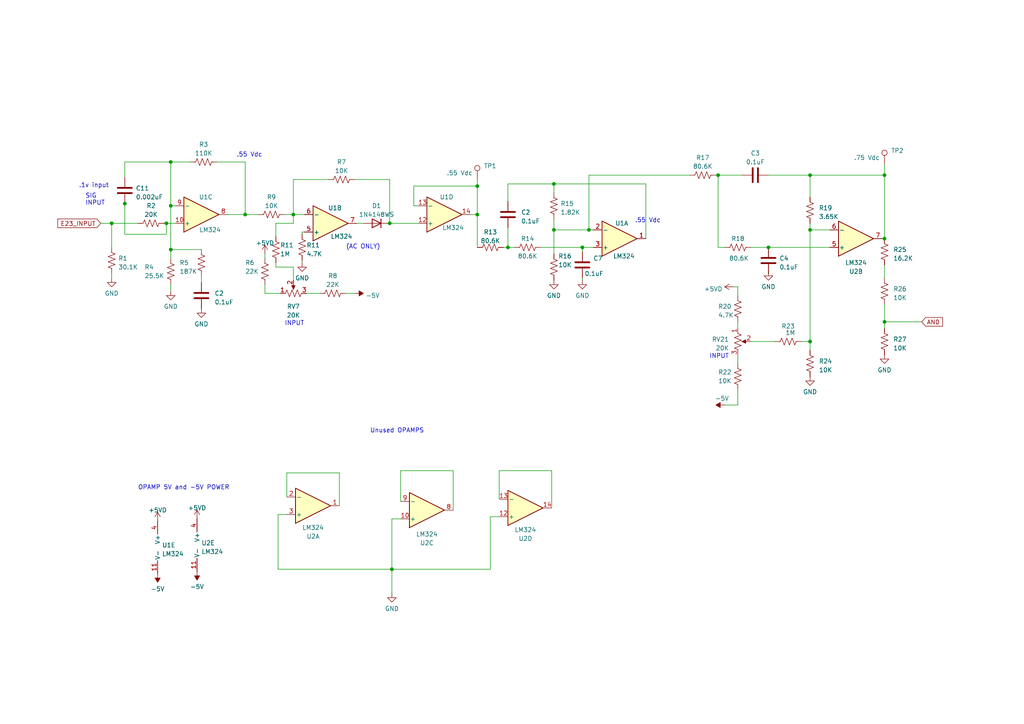
<source format=kicad_sch>
(kicad_sch (version 20231120) (generator "eeschema") (generator_version "8.0")
  (paper "A4")
  (title_block (title "Current Monitoring System (Bottom Board)") (date "2024-03-05") (rev "C1.04") (company "Secured Solutions Group") (comment 1 "David Nguyen") (comment 2 "david@securedsolutionsgroup.com") (comment 3 "(909)-896-1654"))
  (lib_symbols
    (symbol "Amplifier_Operational:LM324" (pin_names (offset 0.127))
      (property "Reference" "U" (at 0 5.08 0))
      (property "Value" "LM324" (at 0 -5.08 0))
      (symbol "LM324_1_1"
        (polyline (pts (xy -5.08 5.08) (xy 5.08 0) (xy -5.08 -5.08) (xy -5.08 5.08)) (stroke (width 0.254)) (fill (type background)))
        (pin output line (at 7.62 0 180) (length 2.54) (name "~") (number "1"))
        (pin input line (at -7.62 -2.54 0) (length 2.54) (name "-") (number "2"))
        (pin input line (at -7.62 2.54 0) (length 2.54) (name "+") (number "3"))
      )
      (symbol "LM324_2_1"
        (polyline (pts (xy -5.08 5.08) (xy 5.08 0) (xy -5.08 -5.08) (xy -5.08 5.08)) (stroke (width 0.254)) (fill (type background)))
        (pin input line (at -7.62 2.54 0) (length 2.54) (name "+") (number "5"))
        (pin input line (at -7.62 -2.54 0) (length 2.54) (name "-") (number "6"))
        (pin output line (at 7.62 0 180) (length 2.54) (name "~") (number "7"))
      )
      (symbol "LM324_3_1"
        (polyline (pts (xy -5.08 5.08) (xy 5.08 0) (xy -5.08 -5.08) (xy -5.08 5.08)) (stroke (width 0.254)) (fill (type background)))
        (pin input line (at -7.62 2.54 0) (length 2.54) (name "+") (number "10"))
        (pin output line (at 7.62 0 180) (length 2.54) (name "~") (number "8"))
        (pin input line (at -7.62 -2.54 0) (length 2.54) (name "-") (number "9"))
      )
      (symbol "LM324_4_1"
        (polyline (pts (xy -5.08 5.08) (xy 5.08 0) (xy -5.08 -5.08) (xy -5.08 5.08)) (stroke (width 0.254)) (fill (type background)))
        (pin input line (at -7.62 2.54 0) (length 2.54) (name "+") (number "12"))
        (pin input line (at -7.62 -2.54 0) (length 2.54) (name "-") (number "13"))
        (pin output line (at 7.62 0 180) (length 2.54) (name "~") (number "14"))
      )
      (symbol "LM324_5_1"
        (pin power_in line (at -2.54 -7.62 90) (length 3.81) (name "V-") (number "11"))
        (pin power_in line (at -2.54 7.62 270) (length 3.81) (name "V+") (number "4"))
      )
    )
    (symbol "Connector:TestPoint" (pin_numbers hide) (pin_names (offset 0.762) hide)
      (property "Reference" "TP" (at 0 6.858 0))
      (property "Value" "TestPoint" (at 0 5.08 0))
      (symbol "TestPoint_0_1"
        (circle (center 0 3.302) (radius 0.762))
      )
      (symbol "TestPoint_1_1"
        (pin passive line (at 0 0 90) (length 2.54) (name "1") (number "1"))
      )
    )
    (symbol "Device:C" (pin_numbers hide) (pin_names (offset 0.254))
      (property "Reference" "C" (at 0.635 2.54 0))
      (property "Value" "C" (at 0.635 -2.54 0))
      (symbol "C_0_1"
        (polyline (pts (xy -2.032 -0.762) (xy 2.032 -0.762)) (stroke (width 0.508)))
        (polyline (pts (xy -2.032 0.762) (xy 2.032 0.762)) (stroke (width 0.508)))
      )
      (symbol "C_1_1"
        (pin passive line (at 0 3.81 270) (length 2.794) (name "~") (number "1"))
        (pin passive line (at 0 -3.81 90) (length 2.794) (name "~") (number "2"))
      )
    )
    (symbol "Device:R_Potentiometer_US" (pin_names (offset 1.016) hide)
      (property "Reference" "RV" (at -4.445 0 90))
      (property "Value" "R_Potentiometer_US" (at -2.54 0 90))
      (symbol "R_Potentiometer_US_0_1"
        (polyline (pts (xy 0 -2.286) (xy 0 -2.54)))
        (polyline (pts (xy 0 2.54) (xy 0 2.286)))
        (polyline (pts (xy 2.54 0) (xy 1.524 0)))
        (polyline (pts (xy 1.143 0) (xy 2.286 0.508) (xy 2.286 -0.508) (xy 1.143 0)) (fill (type outline)))
        (polyline (pts (xy 0 -0.762) (xy 1.016 -1.143) (xy 0 -1.524) (xy -1.016 -1.905) (xy 0 -2.286)))
        (polyline (pts (xy 0 0.762) (xy 1.016 0.381) (xy 0 0) (xy -1.016 -0.381) (xy 0 -0.762)))
        (polyline (pts (xy 0 2.286) (xy 1.016 1.905) (xy 0 1.524) (xy -1.016 1.143) (xy 0 0.762)))
      )
      (symbol "R_Potentiometer_US_1_1"
        (pin passive line (at 0 3.81 270) (length 1.27) (name "1") (number "1"))
        (pin passive line (at 3.81 0 180) (length 1.27) (name "2") (number "2"))
        (pin passive line (at 0 -3.81 90) (length 1.27) (name "3") (number "3"))
      )
    )
    (symbol "Device:R_US" (pin_numbers hide) (pin_names (offset 0))
      (property "Reference" "R" (at 2.54 0 90))
      (property "Value" "R_US" (at -2.54 0 90))
      (symbol "R_US_0_1"
        (polyline (pts (xy 0 -2.286) (xy 0 -2.54)))
        (polyline (pts (xy 0 2.286) (xy 0 2.54)))
        (polyline (pts (xy 0 -0.762) (xy 1.016 -1.143) (xy 0 -1.524) (xy -1.016 -1.905) (xy 0 -2.286)))
        (polyline (pts (xy 0 0.762) (xy 1.016 0.381) (xy 0 0) (xy -1.016 -0.381) (xy 0 -0.762)))
        (polyline (pts (xy 0 2.286) (xy 1.016 1.905) (xy 0 1.524) (xy -1.016 1.143) (xy 0 0.762)))
      )
      (symbol "R_US_1_1"
        (pin passive line (at 0 3.81 270) (length 1.27) (name "~") (number "1"))
        (pin passive line (at 0 -3.81 90) (length 1.27) (name "~") (number "2"))
      )
    )
    (symbol "Diode:1N914" (pin_numbers hide) (pin_names hide)
      (property "Reference" "D" (at 0 2.54 0))
      (property "Value" "1N914" (at 0 -2.54 0))
      (symbol "1N914_0_1"
        (polyline (pts (xy -1.27 1.27) (xy -1.27 -1.27)) (stroke (width 0.254)))
        (polyline (pts (xy 1.27 0) (xy -1.27 0)))
        (polyline (pts (xy 1.27 1.27) (xy 1.27 -1.27) (xy -1.27 0) (xy 1.27 1.27)) (stroke (width 0.254)))
      )
      (symbol "1N914_1_1"
        (pin passive line (at -3.81 0 0) (length 2.54) (name "K") (number "1"))
        (pin passive line (at 3.81 0 180) (length 2.54) (name "A") (number "2"))
      )
    )
    (symbol "power:+5VD" (power) (pin_names (offset 0))
      (property "Value" "+5VD" (at 0 3.556 0))
      (symbol "+5VD_0_1"
        (polyline (pts (xy -0.762 1.27) (xy 0 2.54)))
        (polyline (pts (xy 0 0) (xy 0 2.54)))
        (polyline (pts (xy 0 2.54) (xy 0.762 1.27)))
      )
      (symbol "+5VD_1_1"
        (pin power_in line (at 0 0 90) (length 0) hide (name "+5VD") (number "1"))
      )
    )
    (symbol "power:-5V" (power) (pin_names (offset 0))
      (property "Value" "-5V" (at 0 3.81 0))
      (symbol "-5V_0_0"
        (pin power_in line (at 0 0 90) (length 0) hide (name "-5V") (number "1"))
      )
      (symbol "-5V_0_1"
        (polyline (pts (xy 0 0) (xy 0 1.27) (xy 0.762 1.27) (xy 0 2.54) (xy -0.762 1.27) (xy 0 1.27)) (fill (type outline)))
      )
    )
    (symbol "power:GND" (power) (pin_names (offset 0))
      (property "Value" "GND" (at 0 -3.81 0))
      (symbol "GND_0_1"
        (polyline (pts (xy 0 0) (xy 0 -1.27) (xy 1.27 -1.27) (xy 0 -2.54) (xy -1.27 -1.27) (xy 0 -1.27)))
      )
      (symbol "GND_1_1"
        (pin power_in line (at 0 0 270) (length 0) hide (name "GND") (number "1"))
      )
    )
  )
  (junction (at 234.95 66.675))
  (junction (at 71.12 62.23))
  (junction (at 85.09 62.23))
  (junction (at 113.03 64.77))
  (junction (at 48.26 64.77))
  (junction (at 222.885 71.755))
  (junction (at 32.385 64.77))
  (junction (at 147.32 71.755))
  (junction (at 256.54 93.345))
  (junction (at 256.54 50.8))
  (junction (at 36.195 59.055))
  (junction (at 160.655 66.675))
  (junction (at 49.53 46.99))
  (junction (at 49.53 59.69))
  (junction (at 138.43 62.23))
  (junction (at 113.665 165.1))
  (junction (at 234.95 99.06))
  (junction (at 256.54 69.215))
  (junction (at 49.53 72.39))
  (junction (at 234.95 50.8))
  (junction (at 208.28 50.8))
  (junction (at 160.655 53.34))
  (junction (at 170.815 66.675))
  (junction (at 138.43 53.975))
  (junction (at 168.91 71.755))
  (wire (pts (xy 234.95 66.675) (xy 234.95 99.06)))
  (wire (pts (xy 36.195 46.99) (xy 36.195 51.435)))
  (wire (pts (xy 47.625 64.77) (xy 48.26 64.77)))
  (wire (pts (xy 83.185 144.145) (xy 83.185 137.16)))
  (wire (pts (xy 222.885 79.375) (xy 222.885 78.74)))
  (wire (pts (xy 168.91 71.755) (xy 168.91 73.025)))
  (wire (pts (xy 210.185 71.755) (xy 208.28 71.755)))
  (wire (pts (xy 200.025 50.8) (xy 170.815 50.8)))
  (wire (pts (xy 76.835 82.55) (xy 76.835 85.09)))
  (wire (pts (xy 116.205 145.415) (xy 116.205 136.525)))
  (wire (pts (xy 210.185 117.475) (xy 213.995 117.475)))
  (wire (pts (xy 49.53 46.99) (xy 36.195 46.99)))
  (wire (pts (xy 170.815 66.675) (xy 172.085 66.675)))
  (wire (pts (xy 102.87 52.07) (xy 113.03 52.07)))
  (wire (pts (xy 212.725 83.185) (xy 213.995 83.185)))
  (wire (pts (xy 120.015 59.69) (xy 121.285 59.69)))
  (wire (pts (xy 208.28 50.8) (xy 207.645 50.8)))
  (wire (pts (xy 213.995 117.475) (xy 213.995 113.03)))
  (wire (pts (xy 29.21 64.77) (xy 32.385 64.77)))
  (wire (pts (xy 49.53 59.69) (xy 49.53 46.99)))
  (wire (pts (xy 234.95 64.77) (xy 234.95 66.675)))
  (wire (pts (xy 48.26 67.945) (xy 48.26 64.77)))
  (wire (pts (xy 49.53 46.99) (xy 55.245 46.99)))
  (wire (pts (xy 85.09 64.77) (xy 85.09 62.23)))
  (wire (pts (xy 234.95 50.8) (xy 256.54 50.8)))
  (wire (pts (xy 83.185 137.16) (xy 98.425 137.16)))
  (wire (pts (xy 116.205 150.495) (xy 113.665 150.495)))
  (wire (pts (xy 85.09 77.47) (xy 85.09 81.28)))
  (wire (pts (xy 103.505 64.77) (xy 105.41 64.77)))
  (wire (pts (xy 131.445 136.525) (xy 131.445 147.955)))
  (wire (pts (xy 36.195 67.945) (xy 48.26 67.945)))
  (wire (pts (xy 49.53 72.39) (xy 58.42 72.39)))
  (wire (pts (xy 208.28 50.8) (xy 208.28 71.755)))
  (wire (pts (xy 87.63 75.565) (xy 87.63 76.2)))
  (wire (pts (xy 267.335 93.345) (xy 256.54 93.345)))
  (wire (pts (xy 234.95 99.06) (xy 234.95 101.6)))
  (wire (pts (xy 138.43 52.07) (xy 138.43 53.975)))
  (wire (pts (xy 256.54 88.265) (xy 256.54 93.345)))
  (wire (pts (xy 49.53 59.69) (xy 49.53 72.39)))
  (wire (pts (xy 160.02 136.525) (xy 160.02 147.32)))
  (wire (pts (xy 36.195 58.42) (xy 36.195 59.055)))
  (wire (pts (xy 71.12 62.23) (xy 74.93 62.23)))
  (wire (pts (xy 170.815 50.8) (xy 170.815 66.675)))
  (wire (pts (xy 147.32 53.34) (xy 147.32 58.42)))
  (wire (pts (xy 82.55 62.23) (xy 85.09 62.23)))
  (wire (pts (xy 142.24 149.86) (xy 142.24 165.1)))
  (wire (pts (xy 76.835 73.66) (xy 76.835 74.93)))
  (wire (pts (xy 120.015 53.975) (xy 120.015 59.69)))
  (wire (pts (xy 36.195 59.055) (xy 36.195 67.945)))
  (wire (pts (xy 95.25 52.07) (xy 85.09 52.07)))
  (wire (pts (xy 58.42 80.01) (xy 58.42 81.915)))
  (wire (pts (xy 136.525 62.23) (xy 138.43 62.23)))
  (wire (pts (xy 100.33 85.09) (xy 102.87 85.09)))
  (wire (pts (xy 85.09 52.07) (xy 85.09 62.23)))
  (wire (pts (xy 76.835 85.09) (xy 81.28 85.09)))
  (wire (pts (xy 222.885 71.755) (xy 240.665 71.755)))
  (wire (pts (xy 48.26 64.77) (xy 50.8 64.77)))
  (wire (pts (xy 256.54 50.8) (xy 256.54 69.215)))
  (wire (pts (xy 213.995 102.87) (xy 213.995 105.41)))
  (wire (pts (xy 144.78 136.525) (xy 160.02 136.525)))
  (wire (pts (xy 88.9 85.09) (xy 92.71 85.09)))
  (wire (pts (xy 98.425 137.16) (xy 98.425 146.685)))
  (wire (pts (xy 138.43 62.23) (xy 138.43 71.755)))
  (wire (pts (xy 160.655 63.5) (xy 160.655 66.675)))
  (wire (pts (xy 146.05 71.755) (xy 147.32 71.755)))
  (wire (pts (xy 232.41 99.06) (xy 234.95 99.06)))
  (wire (pts (xy 113.665 150.495) (xy 113.665 165.1)))
  (wire (pts (xy 49.53 72.39) (xy 49.53 74.93)))
  (wire (pts (xy 222.885 50.8) (xy 234.95 50.8)))
  (wire (pts (xy 256.54 47.625) (xy 256.54 50.8)))
  (wire (pts (xy 80.01 64.77) (xy 85.09 64.77)))
  (wire (pts (xy 49.53 59.69) (xy 50.8 59.69)))
  (wire (pts (xy 71.12 46.99) (xy 71.12 62.23)))
  (wire (pts (xy 138.43 53.975) (xy 120.015 53.975)))
  (wire (pts (xy 49.53 82.55) (xy 49.53 84.455)))
  (wire (pts (xy 62.865 46.99) (xy 71.12 46.99)))
  (wire (pts (xy 147.32 71.755) (xy 149.225 71.755)))
  (wire (pts (xy 144.78 144.78) (xy 144.78 136.525)))
  (wire (pts (xy 116.205 136.525) (xy 131.445 136.525)))
  (wire (pts (xy 234.95 50.8) (xy 234.95 57.15)))
  (wire (pts (xy 147.32 66.04) (xy 147.32 71.755)))
  (wire (pts (xy 113.03 64.77) (xy 121.285 64.77)))
  (wire (pts (xy 80.645 149.225) (xy 80.645 165.1)))
  (wire (pts (xy 208.28 50.8) (xy 215.265 50.8)))
  (wire (pts (xy 187.325 69.215) (xy 187.325 53.34)))
  (wire (pts (xy 113.03 52.07) (xy 113.03 64.77)))
  (wire (pts (xy 168.91 71.755) (xy 172.085 71.755)))
  (wire (pts (xy 256.54 76.835) (xy 256.54 80.645)))
  (wire (pts (xy 222.885 71.755) (xy 217.805 71.755)))
  (wire (pts (xy 256.54 93.345) (xy 256.54 95.25)))
  (wire (pts (xy 32.385 79.375) (xy 32.385 80.645)))
  (wire (pts (xy 138.43 62.23) (xy 138.43 53.975)))
  (wire (pts (xy 113.665 172.085) (xy 113.665 165.1)))
  (wire (pts (xy 217.805 99.06) (xy 224.79 99.06)))
  (wire (pts (xy 87.63 67.31) (xy 88.265 67.31)))
  (wire (pts (xy 187.325 53.34) (xy 160.655 53.34)))
  (wire (pts (xy 160.655 55.88) (xy 160.655 53.34)))
  (wire (pts (xy 255.905 69.215) (xy 256.54 69.215)))
  (wire (pts (xy 168.91 80.645) (xy 168.91 81.28)))
  (wire (pts (xy 83.185 149.225) (xy 80.645 149.225)))
  (wire (pts (xy 160.655 66.675) (xy 160.655 73.66)))
  (wire (pts (xy 71.12 62.23) (xy 66.04 62.23)))
  (wire (pts (xy 80.01 68.58) (xy 80.01 64.77)))
  (wire (pts (xy 80.645 165.1) (xy 113.665 165.1)))
  (wire (pts (xy 113.665 165.1) (xy 142.24 165.1)))
  (wire (pts (xy 156.845 71.755) (xy 168.91 71.755)))
  (wire (pts (xy 234.95 66.675) (xy 240.665 66.675)))
  (wire (pts (xy 80.01 77.47) (xy 85.09 77.47)))
  (wire (pts (xy 147.32 53.34) (xy 160.655 53.34)))
  (wire (pts (xy 142.24 149.86) (xy 144.78 149.86)))
  (wire (pts (xy 160.655 66.675) (xy 170.815 66.675)))
  (wire (pts (xy 87.63 67.945) (xy 87.63 67.31)))
  (wire (pts (xy 85.09 62.23) (xy 88.265 62.23)))
  (wire (pts (xy 32.385 64.77) (xy 40.005 64.77)))
  (wire (pts (xy 213.995 83.185) (xy 213.995 85.725)))
  (wire (pts (xy 213.995 93.345) (xy 213.995 95.25)))
  (wire (pts (xy 80.01 77.47) (xy 80.01 76.2)))
  (wire (pts (xy 32.385 71.755) (xy 32.385 64.77)))
  (text "Unused OPAMPS" (at 107.315 125.73 0) (effects (font (size 1.27 1.27)) (justify left bottom)))
  (text "(AC ONLY)" (at 100.33 72.39 0) (effects (font (size 1.27 1.27)) (justify left bottom)))
  (text ".55 Vdc\n" (at 184.15 64.77 0) (effects (font (size 1.27 1.27)) (justify left bottom)))
  (text "INPUT" (at 82.55 94.615 0) (effects (font (size 1.27 1.27)) (justify left bottom)))
  (text "INPUT" (at 205.74 104.14 0) (effects (font (size 1.27 1.27)) (justify left bottom)))
  (text "SIG\nINPUT" (at 24.765 59.69 0) (effects (font (size 1.27 1.27)) (justify left bottom)))
  (text "OPAMP 5V and -5V POWER" (at 40.005 142.24 0) (effects (font (size 1.27 1.27)) (justify left bottom)))
  (text ".1v input\n" (at 22.86 54.61 0) (effects (font (size 1.27 1.27)) (justify left bottom)))
  (text ".55 Vdc\n" (at 68.58 45.72 0) (effects (font (size 1.27 1.27)) (justify left bottom)))
  (global_label "E23_INPUT" (shape input) (at 29.21 64.77 180) (property "Intersheetrefs" "${INTERSHEET_REFS}" (effects (hide yes))))
  (global_label "AN0" (shape input) (at 267.335 93.345 0) (property "Intersheetrefs" "${INTERSHEET_REFS}" (effects (hide yes))))
  (symbol (lib_id "Device:C") (at 147.32 62.23 0) (unit 1)
    (property "Reference" "C2" (at 151.13 61.595 0) (effects (justify left)))
    (property "Value" "0.1uF" (at 151.13 64.135 0) (effects (justify left)))
    (property "Footprint" "Capacitor_SMD:C_0603_1608Metric" (effects (hide yes)))
    (instances (project "Hardware_Filter_SSS" (path "" (reference "C2") (unit 1))) (project "Bottom_Board" (path "" (reference "C3") (unit 1))))
  )
  (symbol (lib_id "power:GND") (at 113.665 172.085 0) (unit 1)
    (property "Reference" "#PWR014" (effects (hide yes)))
    (property "Value" "GND" (at 113.665 176.53 0))
    (instances (project "Hardware_Filter_SSS" (path "" (reference "#PWR014") (unit 1))) (project "Bottom_Board" (path "" (reference "#PWR035") (unit 1))))
  )
  (symbol (lib_id "Device:R_US") (at 256.54 99.06 180) (unit 1)
    (property "Reference" "R27" (at 259.08 98.425 0) (effects (justify right)))
    (property "Value" "10K" (at 259.08 100.965 0) (effects (justify right)))
    (property "Footprint" "Resistor_SMD:R_0603_1608Metric" (effects (hide yes)))
    (instances (project "Hardware_Filter_SSS" (path "" (reference "R27") (unit 1))) (project "Bottom_Board" (path "" (reference "R19") (unit 1))))
  )
  (symbol (lib_id "power:+5VD") (at 76.835 73.66 0) (unit 1)
    (property "Reference" "#PWR026" (effects (hide yes)))
    (property "Value" "+5VD" (at 76.835 70.485 0))
  )
  (symbol (lib_id "Device:R_US") (at 80.01 72.39 0) (unit 1)
    (property "Reference" "R11" (at 81.28 71.12 0) (effects (justify left)))
    (property "Value" "1M" (at 81.28 73.66 0) (effects (justify left)))
    (property "Footprint" "Resistor_SMD:R_0603_1608Metric" (effects (hide yes)))
    (instances (project "Hardware_Filter_SSS" (path "" (reference "R11") (unit 1))) (project "Bottom_Board" (path "" (reference "R14") (unit 1))))
  )
  (symbol (lib_id "Device:R_US") (at 99.06 52.07 90) (unit 1)
    (property "Reference" "R7" (at 99.06 46.99 90))
    (property "Value" "10K" (at 99.06 49.53 90))
    (property "Footprint" "Resistor_SMD:R_0603_1608Metric" (effects (hide yes)))
    (instances (project "Hardware_Filter_SSS" (path "" (reference "R7") (unit 1))) (project "Bottom_Board" (path "" (reference "R13") (unit 1))))
  )
  (symbol (lib_id "power:-5V") (at 210.185 117.475 90) (unit 1)
    (property "Reference" "#PWR016" (effects (hide yes)))
    (property "Value" "-5V" (at 211.455 115.57 90) (effects (justify left)))
    (instances (project "Hardware_Filter_SSS" (path "" (reference "#PWR016") (unit 1))) (project "Bottom_Board" (path "" (reference "#PWR019") (unit 1))))
  )
  (symbol (lib_id "Device:R_US") (at 78.74 62.23 90) (unit 1)
    (property "Reference" "R9" (at 78.74 57.15 90))
    (property "Value" "10K" (at 78.74 59.69 90))
    (property "Footprint" "Resistor_SMD:R_0603_1608Metric" (effects (hide yes)))
    (instances (project "Hardware_Filter_SSS" (path "" (reference "R9") (unit 1))) (project "Bottom_Board" (path "" (reference "R12") (unit 1))))
  )
  (symbol (lib_id "Amplifier_Operational:LM324") (at 95.885 64.77 0) (mirror x) (unit 2)
    (property "Reference" "U1" (at 97.155 60.325 0))
    (property "Value" "LM324" (at 99.06 68.58 0))
    (property "Footprint" "Package_SO:SOIC-14_3.9x8.7mm_P1.27mm" (effects (hide yes)))
    (property "Datasheet" "http://www.ti.com/lit/ds/symlink/lm2902-n.pdf" (effects (hide yes)))
  )
  (symbol (lib_id "power:GND") (at 32.385 80.645 0) (unit 1)
    (property "Reference" "#PWR05" (effects (hide yes)))
    (property "Value" "GND" (at 32.385 85.09 0))
    (instances (project "Hardware_Filter_SSS" (path "" (reference "#PWR05") (unit 1))) (project "Bottom_Board" (path "" (reference "#PWR020") (unit 1))))
  )
  (symbol (lib_id "Amplifier_Operational:LM324") (at 248.285 69.215 0) (mirror x) (unit 2)
    (property "Reference" "U2" (at 248.285 78.74 0))
    (property "Value" "LM324" (at 248.285 76.2 0))
    (property "Footprint" "Package_SO:SOIC-14_3.9x8.7mm_P1.27mm" (effects (hide yes)))
    (property "Datasheet" "http://www.ti.com/lit/ds/symlink/lm2902-n.pdf" (effects (hide yes)))
  )
  (symbol (lib_id "Amplifier_Operational:LM324") (at 90.805 146.685 0) (mirror x) (unit 1)
    (property "Reference" "U2" (at 90.805 155.575 0))
    (property "Value" "LM324" (at 90.805 153.035 0))
    (property "Footprint" "Package_SO:SOIC-14_3.9x8.7mm_P1.27mm" (effects (hide yes)))
    (property "Datasheet" "http://www.ti.com/lit/ds/symlink/lm2902-n.pdf" (effects (hide yes)))
  )
  (symbol (lib_id "Device:R_US") (at 96.52 85.09 90) (unit 1)
    (property "Reference" "R8" (at 96.52 80.01 90))
    (property "Value" "22K" (at 96.52 82.55 90))
    (property "Footprint" "Resistor_SMD:R_0603_1608Metric" (effects (hide yes)))
    (instances (project "Hardware_Filter_SSS" (path "" (reference "R8") (unit 1))) (project "Bottom_Board" (path "" (reference "R18") (unit 1))))
  )
  (symbol (lib_id "Device:R_Potentiometer_US") (at 213.995 99.06 0) (unit 1)
    (property "Reference" "RV21" (at 211.455 98.425 0) (effects (justify right)))
    (property "Value" "20K" (at 211.455 100.965 0) (effects (justify right)))
    (property "Footprint" "bot_lib:Potentiometer_Bourns_3386P_Vertical" (effects (hide yes)))
    (instances (project "Hardware_Filter_SSS" (path "" (reference "RV21") (unit 1))) (project "Bottom_Board" (path "" (reference "RV1") (unit 1))))
  )
  (symbol (lib_id "Diode:1N914") (at 109.22 64.77 180) (unit 1)
    (property "Reference" "D1" (at 109.22 59.69 0))
    (property "Value" "1N4148WS" (at 109.22 62.23 0))
    (property "Footprint" "bot_lib:Diode_1N4148WS" (effects (hide yes)))
    (property "Datasheet" "http://www.vishay.com/docs/85622/1n914.pdf" (effects (hide yes)))
    (property "Sim.Device" "D" (effects (hide yes)))
    (property "Sim.Pins" "1=K 2=A" (effects (hide yes)))
  )
  (symbol (lib_id "Amplifier_Operational:LM324") (at 58.42 62.23 0) (mirror x) (unit 3)
    (property "Reference" "U1" (at 59.69 57.15 0))
    (property "Value" "LM324" (at 60.96 66.675 0))
    (property "Footprint" "Package_SO:SOIC-14_3.9x8.7mm_P1.27mm" (effects (hide yes)))
    (property "Datasheet" "http://www.ti.com/lit/ds/symlink/lm2902-n.pdf" (effects (hide yes)))
  )
  (symbol (lib_id "power:GND") (at 168.91 81.28 0) (unit 1)
    (property "Reference" "#PWR013" (effects (hide yes)))
    (property "Value" "GND" (at 168.91 85.725 0))
    (instances (project "Hardware_Filter_SSS" (path "" (reference "#PWR013") (unit 1))) (project "Bottom_Board" (path "" (reference "#PWR032") (unit 1))))
  )
  (symbol (lib_id "Device:R_US") (at 234.95 60.96 180) (unit 1)
    (property "Reference" "R19" (at 237.49 60.325 0) (effects (justify right)))
    (property "Value" "3.65K" (at 237.49 62.865 0) (effects (justify right)))
    (property "Footprint" "Resistor_SMD:R_0603_1608Metric" (effects (hide yes)))
    (instances (project "Hardware_Filter_SSS" (path "" (reference "R19") (unit 1))) (project "Bottom_Board" (path "" (reference "R25") (unit 1))))
  )
  (symbol (lib_id "Connector:TestPoint") (at 256.54 47.625 0) (unit 1)
    (property "Reference" "TP2" (at 258.445 43.688 0) (effects (justify left)))
    (property "Value" ".75 Vdc" (at 247.65 45.72 0) (effects (justify left)))
    (property "Footprint" "TestPoint:TestPoint_Loop_D2.54mm_Drill1.5mm_Beaded" (effects (hide yes)))
  )
  (symbol (lib_id "Device:R_US") (at 213.995 109.22 180) (unit 1)
    (property "Reference" "R22" (at 208.28 107.95 0) (effects (justify right)))
    (property "Value" "10K" (at 208.28 110.49 0) (effects (justify right)))
    (property "Footprint" "Resistor_SMD:R_0603_1608Metric" (effects (hide yes)))
    (instances (project "Hardware_Filter_SSS" (path "" (reference "R22") (unit 1))) (project "Bottom_Board" (path "" (reference "R17") (unit 1))))
  )
  (symbol (lib_id "Amplifier_Operational:LM324") (at 128.905 62.23 0) (mirror x) (unit 4)
    (property "Reference" "U1" (at 129.54 57.15 0))
    (property "Value" "LM324" (at 131.445 66.04 0))
    (property "Footprint" "Package_SO:SOIC-14_3.9x8.7mm_P1.27mm" (effects (hide yes)))
    (property "Datasheet" "http://www.ti.com/lit/ds/symlink/lm2902-n.pdf" (effects (hide yes)))
  )
  (symbol (lib_id "Device:R_US") (at 43.815 64.77 90) (unit 1)
    (property "Reference" "R2" (at 43.815 59.69 90))
    (property "Value" "20K" (at 43.815 62.23 90))
    (property "Footprint" "Resistor_SMD:R_0603_1608Metric" (effects (hide yes)))
    (instances (project "Hardware_Filter_SSS" (path "" (reference "R2") (unit 1))) (project "Bottom_Board" (path "" (reference "R11") (unit 1))))
  )
  (symbol (lib_id "power:+5VD") (at 57.15 150.495 0) (unit 1)
    (property "Reference" "#PWR033" (effects (hide yes)))
    (property "Value" "+5VD" (at 57.15 147.32 0))
  )
  (symbol (lib_id "power:GND") (at 58.42 89.535 0) (unit 1)
    (property "Reference" "#PWR08" (effects (hide yes)))
    (property "Value" "GND" (at 58.42 93.98 0))
    (instances (project "Hardware_Filter_SSS" (path "" (reference "#PWR08") (unit 1))) (project "Bottom_Board" (path "" (reference "#PWR024") (unit 1))))
  )
  (symbol (lib_id "Device:R_US") (at 58.42 76.2 0) (unit 1)
    (property "Reference" "R5" (at 52.07 76.2 0) (effects (justify left)))
    (property "Value" "187K" (at 52.07 78.74 0) (effects (justify left)))
    (property "Footprint" "Resistor_SMD:R_0603_1608Metric" (effects (hide yes)))
    (instances (project "Hardware_Filter_SSS" (path "" (reference "R5") (unit 1))) (project "Bottom_Board" (path "" (reference "R1") (unit 1))))
  )
  (symbol (lib_id "power:GND") (at 256.54 102.87 0) (unit 1)
    (property "Reference" "#PWR014" (effects (hide yes)))
    (property "Value" "GND" (at 256.54 107.315 0))
    (instances (project "Hardware_Filter_SSS" (path "" (reference "#PWR014") (unit 1))) (project "Bottom_Board" (path "" (reference "#PWR025") (unit 1))))
  )
  (symbol (lib_id "Device:R_US") (at 59.055 46.99 90) (unit 1)
    (property "Reference" "R3" (at 59.055 41.91 90))
    (property "Value" "110K" (at 59.055 44.45 90))
    (property "Footprint" "Resistor_SMD:R_0603_1608Metric" (effects (hide yes)))
    (instances (project "Hardware_Filter_SSS" (path "" (reference "R3") (unit 1))) (project "Bottom_Board" (path "" (reference "R15") (unit 1))))
  )
  (symbol (lib_id "Amplifier_Operational:LM324") (at 179.705 69.215 0) (mirror x) (unit 1)
    (property "Reference" "U1" (at 180.34 64.77 0))
    (property "Value" "LM324" (at 180.975 74.295 0))
    (property "Footprint" "Package_SO:SOIC-14_3.9x8.7mm_P1.27mm" (effects (hide yes)))
    (property "Datasheet" "http://www.ti.com/lit/ds/symlink/lm2902-n.pdf" (effects (hide yes)))
  )
  (symbol (lib_id "Device:C") (at 222.885 75.565 180) (unit 1)
    (property "Reference" "C4" (at 226.06 74.93 0) (effects (justify right)))
    (property "Value" "0.1uF" (at 226.06 77.47 0) (effects (justify right)))
    (property "Footprint" "Capacitor_SMD:C_0603_1608Metric" (effects (hide yes)))
    (instances (project "Hardware_Filter_SSS" (path "" (reference "C4") (unit 1))) (project "Bottom_Board" (path "" (reference "C7") (unit 1))))
  )
  (symbol (lib_id "Device:R_US") (at 153.035 71.755 90) (unit 1)
    (property "Reference" "R14" (at 153.035 69.215 90))
    (property "Value" "80.6K" (at 153.035 74.295 90))
    (property "Footprint" "Resistor_SMD:R_0603_1608Metric" (effects (hide yes)))
    (instances (project "Hardware_Filter_SSS" (path "" (reference "R14") (unit 1))) (project "Bottom_Board" (path "" (reference "R7") (unit 1))))
  )
  (symbol (lib_id "Device:R_US") (at 213.995 89.535 180) (unit 1)
    (property "Reference" "R20" (at 208.28 88.9 0) (effects (justify right)))
    (property "Value" "4.7K" (at 208.28 91.44 0) (effects (justify right)))
    (property "Footprint" "Resistor_SMD:R_0603_1608Metric" (effects (hide yes)))
    (instances (project "Hardware_Filter_SSS" (path "" (reference "R20") (unit 1))) (project "Bottom_Board" (path "" (reference "R6") (unit 1))))
  )
  (symbol (lib_id "Device:R_US") (at 234.95 105.41 180) (unit 1)
    (property "Reference" "R24" (at 237.49 104.775 0) (effects (justify right)))
    (property "Value" "10K" (at 237.49 107.315 0) (effects (justify right)))
    (property "Footprint" "Resistor_SMD:R_0603_1608Metric" (effects (hide yes)))
    (instances (project "Hardware_Filter_SSS" (path "" (reference "R24") (unit 1))) (project "Bottom_Board" (path "" (reference "R23") (unit 1))))
  )
  (symbol (lib_id "Amplifier_Operational:LM324") (at 152.4 147.32 0) (mirror x) (unit 4)
    (property "Reference" "U2" (at 152.4 156.21 0))
    (property "Value" "LM324" (at 152.4 153.67 0))
    (property "Footprint" "Package_SO:SOIC-14_3.9x8.7mm_P1.27mm" (effects (hide yes)))
    (property "Datasheet" "http://www.ti.com/lit/ds/symlink/lm2902-n.pdf" (effects (hide yes)))
  )
  (symbol (lib_id "Device:R_US") (at 213.995 71.755 90) (unit 1)
    (property "Reference" "R18" (at 212.09 69.215 90) (effects (justify right)))
    (property "Value" "80.6K" (at 211.455 74.93 90) (effects (justify right)))
    (property "Footprint" "Resistor_SMD:R_0603_1608Metric" (effects (hide yes)))
    (instances (project "Hardware_Filter_SSS" (path "" (reference "R18") (unit 1))) (project "Bottom_Board" (path "" (reference "R20") (unit 1))))
  )
  (symbol (lib_id "Amplifier_Operational:LM324") (at 48.26 158.75 0) (unit 5)
    (property "Reference" "U1" (at 46.99 158.115 0) (effects (justify left)))
    (property "Value" "LM324" (at 46.99 160.655 0) (effects (justify left)))
    (property "Footprint" "Package_SO:SOIC-14_3.9x8.7mm_P1.27mm" (effects (hide yes)))
    (property "Datasheet" "http://www.ti.com/lit/ds/symlink/lm2902-n.pdf" (effects (hide yes)))
  )
  (symbol (lib_id "Device:R_US") (at 32.385 75.565 0) (unit 1)
    (property "Reference" "R1" (at 34.29 74.93 0) (effects (justify left)))
    (property "Value" "30.1K" (at 34.29 77.47 0) (effects (justify left)))
    (property "Footprint" "Resistor_SMD:R_0603_1608Metric" (effects (hide yes)))
    (instances (project "Hardware_Filter_SSS" (path "" (reference "R1") (unit 1))) (project "Bottom_Board" (path "" (reference "R10") (unit 1))))
  )
  (symbol (lib_id "power:GND") (at 234.95 109.22 0) (unit 1)
    (property "Reference" "#PWR017" (effects (hide yes)))
    (property "Value" "GND" (at 234.95 113.665 0))
    (instances (project "Hardware_Filter_SSS" (path "" (reference "#PWR017") (unit 1))) (project "Bottom_Board" (path "" (reference "#PWR023") (unit 1))))
  )
  (symbol (lib_id "power:GND") (at 49.53 84.455 0) (unit 1)
    (property "Reference" "#PWR06" (effects (hide yes)))
    (property "Value" "GND" (at 49.53 88.9 0))
    (instances (project "Hardware_Filter_SSS" (path "" (reference "#PWR06") (unit 1))) (project "Bottom_Board" (path "" (reference "#PWR022") (unit 1))))
  )
  (symbol (lib_id "Amplifier_Operational:LM324") (at 123.825 147.955 0) (mirror x) (unit 3)
    (property "Reference" "U2" (at 123.825 157.48 0))
    (property "Value" "LM324" (at 123.825 154.94 0))
    (property "Footprint" "Package_SO:SOIC-14_3.9x8.7mm_P1.27mm" (effects (hide yes)))
    (property "Datasheet" "http://www.ti.com/lit/ds/symlink/lm2902-n.pdf" (effects (hide yes)))
  )
  (symbol (lib_id "Device:R_Potentiometer_US") (at 85.09 85.09 90) (unit 1)
    (property "Reference" "RV7" (at 85.09 88.9 90))
    (property "Value" "20K" (at 85.09 91.44 90))
    (property "Footprint" "bot_lib:Potentiometer_Bourns_3386P_Vertical" (effects (hide yes)))
    (instances (project "Hardware_Filter_SSS" (path "" (reference "RV7") (unit 1))) (project "Bottom_Board" (path "" (reference "RV2") (unit 1))))
  )
  (symbol (lib_id "power:GND") (at 160.655 81.28 0) (unit 1)
    (property "Reference" "#PWR012" (effects (hide yes)))
    (property "Value" "GND" (at 160.655 85.725 0))
    (instances (project "Hardware_Filter_SSS" (path "" (reference "#PWR012") (unit 1))) (project "Bottom_Board" (path "" (reference "#PWR029") (unit 1))))
  )
  (symbol (lib_id "power:-5V") (at 102.87 85.09 270) (unit 1)
    (property "Reference" "#PWR010" (effects (hide yes)))
    (property "Value" "-5V" (at 106.045 85.725 90) (effects (justify left)))
    (instances (project "Hardware_Filter_SSS" (path "" (reference "#PWR010") (unit 1))) (project "Bottom_Board" (path "" (reference "#PWR028") (unit 1))))
  )
  (symbol (lib_id "power:-5V") (at 57.15 165.735 180) (unit 1)
    (property "Reference" "#PWR03" (effects (hide yes)))
    (property "Value" "-5V" (at 57.15 170.18 0))
    (instances (project "Hardware_Filter_SSS" (path "" (reference "#PWR03") (unit 1))) (project "Bottom_Board" (path "" (reference "#PWR034") (unit 1))))
  )
  (symbol (lib_id "Device:R_US") (at 228.6 99.06 270) (unit 1)
    (property "Reference" "R23" (at 228.6 94.615 90))
    (property "Value" "1M" (at 229.235 96.52 90))
    (property "Footprint" "Resistor_SMD:R_0603_1608Metric" (effects (hide yes)))
    (instances (project "Hardware_Filter_SSS" (path "" (reference "R23") (unit 1))) (project "Bottom_Board" (path "" (reference "R22") (unit 1))))
  )
  (symbol (lib_id "power:GND") (at 87.63 76.2 0) (unit 1)
    (property "Reference" "#PWR011" (effects (hide yes)))
    (property "Value" "GND" (at 87.63 80.645 0))
    (instances (project "Hardware_Filter_SSS" (path "" (reference "#PWR011") (unit 1))) (project "Bottom_Board" (path "" (reference "#PWR027") (unit 1))))
  )
  (symbol (lib_id "Device:R_US") (at 256.54 73.025 180) (unit 1)
    (property "Reference" "R25" (at 259.08 72.39 0) (effects (justify right)))
    (property "Value" "16.2K" (at 259.08 74.93 0) (effects (justify right)))
    (property "Footprint" "Resistor_SMD:R_0603_1608Metric" (effects (hide yes)))
    (instances (project "Hardware_Filter_SSS" (path "" (reference "R25") (unit 1))) (project "Bottom_Board" (path "" (reference "R24") (unit 1))))
  )
  (symbol (lib_id "power:GND") (at 222.885 78.74 0) (unit 1)
    (property "Reference" "#PWR018" (effects (hide yes)))
    (property "Value" "GND" (at 222.885 83.185 0))
    (instances (project "Hardware_Filter_SSS" (path "" (reference "#PWR018") (unit 1))) (project "Bottom_Board" (path "" (reference "#PWR021") (unit 1))))
  )
  (symbol (lib_id "Amplifier_Operational:LM324") (at 59.69 158.115 0) (unit 5)
    (property "Reference" "U2" (at 58.42 157.48 0) (effects (justify left)))
    (property "Value" "LM324" (at 58.42 160.02 0) (effects (justify left)))
    (property "Footprint" "Package_SO:SOIC-14_3.9x8.7mm_P1.27mm" (effects (hide yes)))
    (property "Datasheet" "http://www.ti.com/lit/ds/symlink/lm2902-n.pdf" (effects (hide yes)))
  )
  (symbol (lib_id "Device:R_US") (at 203.835 50.8 270) (unit 1)
    (property "Reference" "R17" (at 203.835 45.72 90))
    (property "Value" "80.6K" (at 203.835 48.26 90))
    (property "Footprint" "Resistor_SMD:R_0603_1608Metric" (effects (hide yes)))
    (instances (project "Hardware_Filter_SSS" (path "" (reference "R17") (unit 1))) (project "Bottom_Board" (path "" (reference "R16") (unit 1))))
  )
  (symbol (lib_id "Device:R_US") (at 142.24 71.755 90) (unit 1)
    (property "Reference" "R13" (at 142.24 67.31 90))
    (property "Value" "80.6K" (at 142.24 69.85 90))
    (property "Footprint" "Resistor_SMD:R_0603_1608Metric" (effects (hide yes)))
    (instances (project "Hardware_Filter_SSS" (path "" (reference "R13") (unit 1))) (project "Bottom_Board" (path "" (reference "R5") (unit 1))))
  )
  (symbol (lib_id "Device:R_US") (at 160.655 77.47 0) (unit 1)
    (property "Reference" "R16" (at 161.925 74.295 0) (effects (justify left)))
    (property "Value" "10K" (at 161.925 76.835 0) (effects (justify left)))
    (property "Footprint" "Resistor_SMD:R_0603_1608Metric" (effects (hide yes)))
    (instances (project "Hardware_Filter_SSS" (path "" (reference "R16") (unit 1))) (project "Bottom_Board" (path "" (reference "R3") (unit 1))))
  )
  (symbol (lib_id "Device:R_US") (at 49.53 78.74 0) (unit 1)
    (property "Reference" "R4" (at 41.91 77.47 0) (effects (justify left)))
    (property "Value" "25.5K" (at 41.91 80.01 0) (effects (justify left)))
    (property "Footprint" "Resistor_SMD:R_0603_1608Metric" (effects (hide yes)))
    (instances (project "Hardware_Filter_SSS" (path "" (reference "R4") (unit 1))) (project "Bottom_Board" (path "" (reference "R2") (unit 1))))
  )
  (symbol (lib_id "Device:R_US") (at 76.835 78.74 0) (unit 1)
    (property "Reference" "R6" (at 71.12 76.2 0) (effects (justify left)))
    (property "Value" "22K" (at 71.12 78.74 0) (effects (justify left)))
    (property "Footprint" "Resistor_SMD:R_0603_1608Metric" (effects (hide yes)))
    (instances (project "Hardware_Filter_SSS" (path "" (reference "R6") (unit 1))) (project "Bottom_Board" (path "" (reference "R8") (unit 1))))
  )
  (symbol (lib_id "Device:R_US") (at 87.63 71.755 0) (unit 1)
    (property "Reference" "R11" (at 88.9 71.12 0) (effects (justify left)))
    (property "Value" "4.7K" (at 88.9 73.66 0) (effects (justify left)))
    (property "Footprint" "Resistor_SMD:R_0603_1608Metric" (effects (hide yes)))
    (instances (project "Hardware_Filter_SSS" (path "" (reference "R11") (unit 1))) (project "Bottom_Board" (path "" (reference "R9") (unit 1))))
  )
  (symbol (lib_id "Device:C") (at 168.91 76.835 0) (unit 1)
    (property "Reference" "C7" (at 172.085 74.93 0) (effects (justify left)))
    (property "Value" "0.1uF" (at 169.545 79.375 0) (effects (justify left)))
    (property "Footprint" "Capacitor_SMD:C_0603_1608Metric" (effects (hide yes)))
    (instances (project "Hardware_Filter_SSS" (path "" (reference "C7") (unit 1))) (project "Bottom_Board" (path "" (reference "C5") (unit 1))))
  )
  (symbol (lib_id "power:+5VD") (at 212.725 83.185 90) (unit 1)
    (property "Reference" "#PWR018" (effects (hide yes)))
    (property "Value" "+5VD" (at 209.55 83.82 90) (effects (justify left)))
  )
  (symbol (lib_id "power:+5VD") (at 45.72 151.13 0) (unit 1)
    (property "Reference" "#PWR030" (effects (hide yes)))
    (property "Value" "+5VD" (at 45.72 147.955 0))
  )
  (symbol (lib_id "Device:C") (at 219.075 50.8 270) (unit 1)
    (property "Reference" "C3" (at 219.075 44.45 90))
    (property "Value" "0.1uF" (at 219.075 46.99 90))
    (property "Footprint" "Capacitor_SMD:C_0603_1608Metric" (effects (hide yes)))
    (instances (project "Hardware_Filter_SSS" (path "" (reference "C3") (unit 1))) (project "Bottom_Board" (path "" (reference "C8") (unit 1))))
  )
  (symbol (lib_id "Connector:TestPoint") (at 138.43 52.07 0) (unit 1)
    (property "Reference" "TP1" (at 140.335 48.133 0) (effects (justify left)))
    (property "Value" ".55 Vdc" (at 129.54 50.165 0) (effects (justify left)))
    (property "Footprint" "TestPoint:TestPoint_Loop_D2.54mm_Drill1.5mm_Beaded" (effects (hide yes)))
  )
  (symbol (lib_id "Device:C") (at 58.42 85.725 0) (unit 1)
    (property "Reference" "C2" (at 62.23 85.09 0) (effects (justify left)))
    (property "Value" "0.1uF" (at 62.23 87.63 0) (effects (justify left)))
    (property "Footprint" "Capacitor_SMD:C_0603_1608Metric" (effects (hide yes)))
    (instances (project "Hardware_Filter_SSS" (path "" (reference "C2") (unit 1))) (project "Bottom_Board" (path "" (reference "C4") (unit 1))))
  )
  (symbol (lib_id "power:-5V") (at 45.72 166.37 180) (unit 1)
    (property "Reference" "#PWR02" (effects (hide yes)))
    (property "Value" "-5V" (at 45.72 170.815 0))
    (instances (project "Hardware_Filter_SSS" (path "" (reference "#PWR02") (unit 1))) (project "Bottom_Board" (path "" (reference "#PWR031") (unit 1))))
  )
  (symbol (lib_id "Device:R_US") (at 160.655 59.69 180) (unit 1)
    (property "Reference" "R15" (at 162.56 59.055 0) (effects (justify right)))
    (property "Value" "1.82K" (at 162.56 61.595 0) (effects (justify right)))
    (property "Footprint" "Resistor_SMD:R_0603_1608Metric" (effects (hide yes)))
    (instances (project "Hardware_Filter_SSS" (path "" (reference "R15") (unit 1))) (project "Bottom_Board" (path "" (reference "R4") (unit 1))))
  )
  (symbol (lib_id "Device:C") (at 36.195 55.245 0) (unit 1)
    (property "Reference" "C11" (at 39.37 54.61 0) (effects (justify left)))
    (property "Value" "0.002uF" (at 39.37 57.15 0) (effects (justify left)))
    (property "Footprint" "Capacitor_SMD:C_0603_1608Metric" (effects (hide yes)))
    (instances (project "Hardware_Filter_SSS" (path "" (reference "C11") (unit 1))) (project "Bottom_Board" (path "" (reference "C6") (unit 1))))
  )
  (symbol (lib_id "Device:R_US") (at 256.54 84.455 180) (unit 1)
    (property "Reference" "R26" (at 259.08 83.82 0) (effects (justify right)))
    (property "Value" "10K" (at 259.08 86.36 0) (effects (justify right)))
    (property "Footprint" "Resistor_SMD:R_0603_1608Metric" (effects (hide yes)))
    (instances (project "Hardware_Filter_SSS" (path "" (reference "R26") (unit 1))) (project "Bottom_Board" (path "" (reference "R21") (unit 1))))
  )
)
</source>
